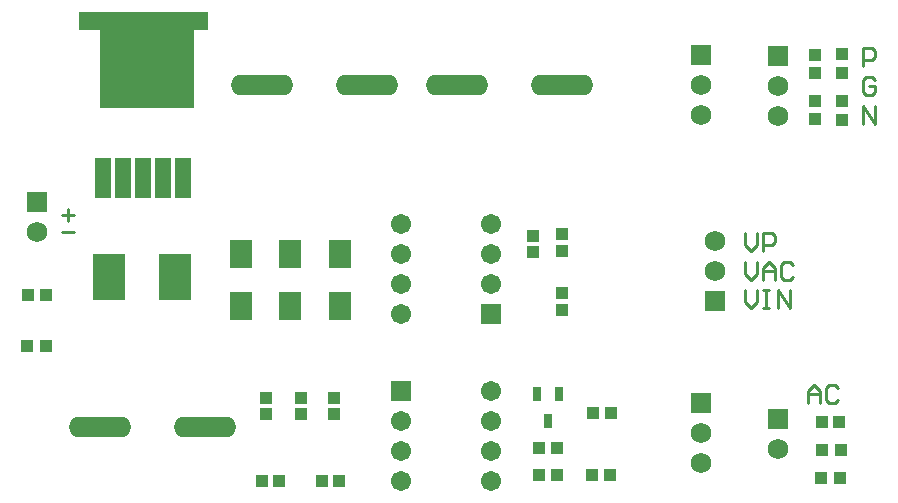
<source format=gts>
G04*
G04 #@! TF.GenerationSoftware,Altium Limited,Altium Designer,20.2.6 (244)*
G04*
G04 Layer_Color=8388736*
%FSLAX24Y24*%
%MOIN*%
G70*
G04*
G04 #@! TF.SameCoordinates,601DEEF6-7E2B-4F85-A560-B3D03E394376*
G04*
G04*
G04 #@! TF.FilePolarity,Negative*
G04*
G01*
G75*
%ADD10C,0.0100*%
%ADD26R,0.0434X0.0395*%
%ADD27R,0.0420X0.0398*%
%ADD28R,0.0289X0.0501*%
%ADD29R,0.0398X0.0420*%
%ADD30R,0.0395X0.0395*%
%ADD31R,0.0395X0.0395*%
%ADD32R,0.1064X0.1576*%
%ADD33O,0.2080X0.0680*%
%ADD34R,0.0533X0.1340*%
%ADD35C,0.0680*%
%ADD36R,0.0395X0.0434*%
%ADD37R,0.0749X0.0940*%
%ADD38R,0.0680X0.0680*%
%ADD39C,0.0671*%
%ADD40R,0.0671X0.0671*%
%ADD41R,0.0680X0.0680*%
G36*
X14650Y44543D02*
Y47143D01*
X13950D01*
Y47743D01*
X18250D01*
Y47143D01*
X17800D01*
Y44543D01*
X14650D01*
D02*
G37*
D10*
X13400Y40960D02*
X13800D01*
X13600Y41160D02*
Y40760D01*
X13400Y40400D02*
X13800D01*
X38250Y34700D02*
Y35100D01*
X38450Y35300D01*
X38650Y35100D01*
Y34700D01*
Y35000D01*
X38250D01*
X39250Y35200D02*
X39150Y35300D01*
X38950D01*
X38850Y35200D01*
Y34800D01*
X38950Y34700D01*
X39150D01*
X39250Y34800D01*
X40100Y45920D02*
Y46519D01*
X40400D01*
X40500Y46419D01*
Y46219D01*
X40400Y46119D01*
X40100D01*
X40500Y45460D02*
X40400Y45560D01*
X40200D01*
X40100Y45460D01*
Y45060D01*
X40200Y44960D01*
X40400D01*
X40500Y45060D01*
Y45260D01*
X40300D01*
X40100Y44000D02*
Y44600D01*
X40500Y44000D01*
Y44600D01*
X36150Y40369D02*
Y39969D01*
X36350Y39770D01*
X36550Y39969D01*
Y40369D01*
X36750Y39770D02*
Y40369D01*
X37050D01*
X37150Y40269D01*
Y40069D01*
X37050Y39969D01*
X36750D01*
X36150Y39410D02*
Y39010D01*
X36350Y38810D01*
X36550Y39010D01*
Y39410D01*
X36750Y38810D02*
Y39210D01*
X36950Y39410D01*
X37150Y39210D01*
Y38810D01*
Y39110D01*
X36750D01*
X37749Y39310D02*
X37650Y39410D01*
X37450D01*
X37350Y39310D01*
Y38910D01*
X37450Y38810D01*
X37650D01*
X37749Y38910D01*
X36150Y38450D02*
Y38050D01*
X36350Y37850D01*
X36550Y38050D01*
Y38450D01*
X36750D02*
X36950D01*
X36850D01*
Y37850D01*
X36750D01*
X36950D01*
X37250D02*
Y38450D01*
X37650Y37850D01*
Y38450D01*
D26*
X21350Y34324D02*
D03*
Y34876D02*
D03*
X20200Y34324D02*
D03*
Y34876D02*
D03*
X30050Y38351D02*
D03*
Y37800D02*
D03*
X22450Y34324D02*
D03*
Y34876D02*
D03*
X29100Y40276D02*
D03*
Y39724D02*
D03*
D27*
X30050Y39753D02*
D03*
Y40347D02*
D03*
X38500Y46298D02*
D03*
Y45705D02*
D03*
Y44163D02*
D03*
Y44756D02*
D03*
D28*
X29974Y34997D02*
D03*
X29226D02*
D03*
X29600Y34103D02*
D03*
D29*
X31103Y34350D02*
D03*
X31697D02*
D03*
X31053Y32300D02*
D03*
X31647D02*
D03*
X29303Y33200D02*
D03*
X29897D02*
D03*
X29303Y32300D02*
D03*
X29897D02*
D03*
X38713Y34050D02*
D03*
X39306D02*
D03*
X12253Y38300D02*
D03*
X12847D02*
D03*
D30*
X38696Y32199D02*
D03*
X39326Y32201D02*
D03*
X39365Y33141D02*
D03*
X38735Y33138D02*
D03*
X12865Y36601D02*
D03*
X12235Y36599D02*
D03*
D31*
X39401Y45685D02*
D03*
X39399Y46315D02*
D03*
X39401Y44135D02*
D03*
X39399Y44765D02*
D03*
D32*
X17152Y38900D02*
D03*
X14948D02*
D03*
D33*
X20050Y45300D02*
D03*
X23550D02*
D03*
X18150Y33900D02*
D03*
X14650D02*
D03*
X26550Y45300D02*
D03*
X30050D02*
D03*
D34*
X14760Y42200D02*
D03*
X16100D02*
D03*
X15430D02*
D03*
X16770D02*
D03*
X17440D02*
D03*
D35*
X16150Y47300D02*
D03*
X34700Y44300D02*
D03*
Y45300D02*
D03*
X12550Y40400D02*
D03*
X34700Y32700D02*
D03*
Y33700D02*
D03*
X37250Y44250D02*
D03*
Y45250D02*
D03*
X35150Y40100D02*
D03*
Y39100D02*
D03*
X37250Y33150D02*
D03*
D36*
X20626Y32100D02*
D03*
X20074D02*
D03*
X22074D02*
D03*
X22626D02*
D03*
D37*
X20993Y39666D02*
D03*
Y37934D02*
D03*
X19350D02*
D03*
Y39666D02*
D03*
X22650Y37934D02*
D03*
Y39666D02*
D03*
D38*
X34700Y46300D02*
D03*
Y34700D02*
D03*
D39*
X27700Y32100D02*
D03*
Y33100D02*
D03*
Y34100D02*
D03*
Y35100D02*
D03*
X24700Y32100D02*
D03*
Y33100D02*
D03*
Y34100D02*
D03*
Y40650D02*
D03*
Y39650D02*
D03*
Y38650D02*
D03*
Y37650D02*
D03*
X27700Y40650D02*
D03*
Y39650D02*
D03*
Y38650D02*
D03*
D40*
X24700Y35100D02*
D03*
X27700Y37650D02*
D03*
D41*
X12550Y41400D02*
D03*
X37250Y46250D02*
D03*
X35150Y38100D02*
D03*
X37250Y34150D02*
D03*
M02*

</source>
